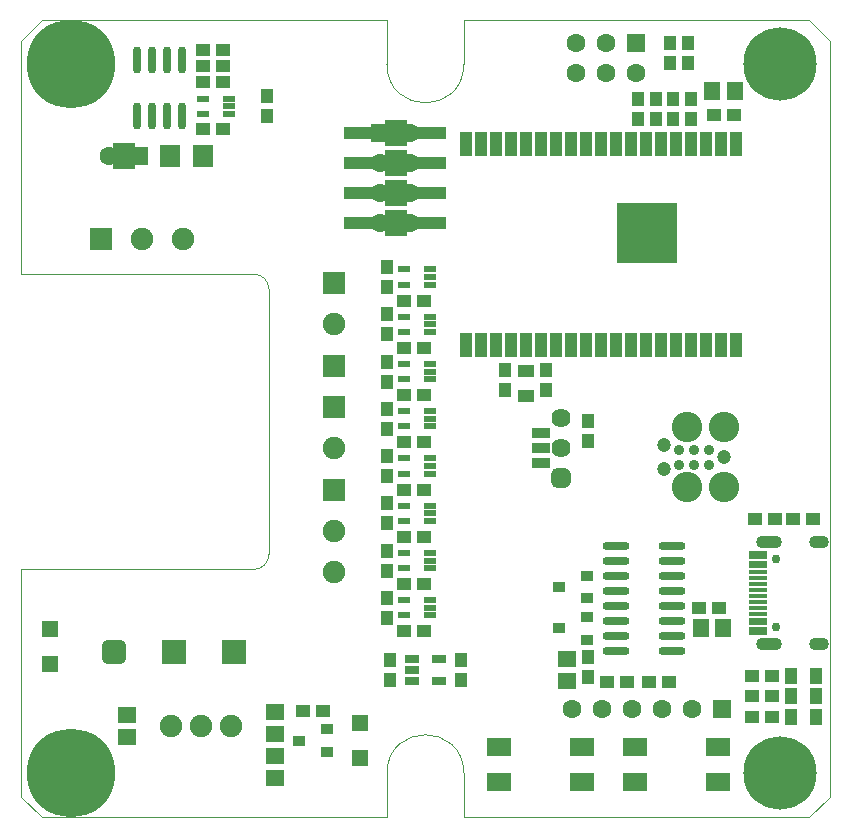
<source format=gts>
G04*
G04 #@! TF.GenerationSoftware,Altium Limited,Altium Designer,24.4.0 (9)*
G04*
G04 Layer_Color=8388736*
%FSLAX25Y25*%
%MOIN*%
G70*
G04*
G04 #@! TF.SameCoordinates,65D136BF-7807-4BE3-8BD7-7ED8223B60D1*
G04*
G04*
G04 #@! TF.FilePolarity,Negative*
G04*
G01*
G75*
%ADD15C,0.00394*%
%ADD38R,0.07480X0.08661*%
%ADD39R,0.12598X0.04331*%
%ADD40R,0.05197X0.05315*%
%ADD41C,0.03492*%
%ADD42R,0.04724X0.04331*%
%ADD43R,0.03937X0.01968*%
%ADD44R,0.06102X0.01575*%
%ADD45R,0.06299X0.05512*%
%ADD46R,0.04331X0.04724*%
%ADD47O,0.09055X0.02756*%
%ADD48R,0.04331X0.05512*%
%ADD49R,0.05512X0.06299*%
%ADD50R,0.04331X0.03740*%
%ADD51R,0.04331X0.03740*%
%ADD52C,0.02362*%
%ADD53R,0.01968X0.04331*%
%ADD54O,0.02756X0.09055*%
%ADD55R,0.06299X0.03543*%
%ADD56R,0.08268X0.05906*%
%ADD57R,0.04921X0.02756*%
%ADD58R,0.05512X0.04331*%
%ADD59R,0.06693X0.07480*%
%ADD60R,0.03937X0.08268*%
%ADD61R,0.20079X0.20079*%
%ADD62C,0.10150*%
%ADD63C,0.04702*%
%ADD64C,0.02953*%
%ADD65O,0.08661X0.04331*%
%ADD66O,0.06693X0.04331*%
%ADD67R,0.07480X0.07480*%
%ADD68C,0.07480*%
%ADD69C,0.29528*%
%ADD70R,0.07480X0.07480*%
%ADD71R,0.06299X0.06299*%
%ADD72C,0.06299*%
%ADD73R,0.08268X0.08268*%
G04:AMPARAMS|DCode=74|XSize=82.68mil|YSize=82.68mil|CornerRadius=21.65mil|HoleSize=0mil|Usage=FLASHONLY|Rotation=180.000|XOffset=0mil|YOffset=0mil|HoleType=Round|Shape=RoundedRectangle|*
%AMROUNDEDRECTD74*
21,1,0.08268,0.03937,0,0,180.0*
21,1,0.03937,0.08268,0,0,180.0*
1,1,0.04331,-0.01968,0.01968*
1,1,0.04331,0.01968,0.01968*
1,1,0.04331,0.01968,-0.01968*
1,1,0.04331,-0.01968,-0.01968*
%
%ADD74ROUNDEDRECTD74*%
%ADD75R,0.06299X0.06299*%
G04:AMPARAMS|DCode=76|XSize=63.94mil|YSize=63.94mil|CornerRadius=16.97mil|HoleSize=0mil|Usage=FLASHONLY|Rotation=270.000|XOffset=0mil|YOffset=0mil|HoleType=Round|Shape=RoundedRectangle|*
%AMROUNDEDRECTD76*
21,1,0.06394,0.03000,0,0,270.0*
21,1,0.03000,0.06394,0,0,270.0*
1,1,0.03394,-0.01500,-0.01500*
1,1,0.03394,-0.01500,0.01500*
1,1,0.03394,0.01500,0.01500*
1,1,0.03394,0.01500,-0.01500*
%
%ADD76ROUNDEDRECTD76*%
%ADD77C,0.06394*%
%ADD78C,0.24410*%
G36*
X122716Y231968D02*
X122677Y231624D01*
X122772Y230939D01*
X123090Y230325D01*
X123593Y229851D01*
X123898Y229685D01*
X124269Y229759D01*
X125004Y229576D01*
X125590Y229095D01*
X125915Y228410D01*
X125915Y227653D01*
X125590Y226968D01*
X125004Y226487D01*
X124269Y226304D01*
X123898Y226378D01*
X123590Y226207D01*
X123083Y225724D01*
X122766Y225100D01*
X122674Y224405D01*
X122717Y224056D01*
X121437Y224056D01*
Y231968D01*
X122716Y231968D01*
D02*
G37*
G36*
X128524Y224095D02*
X126555D01*
X123507Y224095D01*
X123501Y224352D01*
X123648Y224844D01*
X123938Y225268D01*
X124345Y225582D01*
X124587Y225669D01*
X124587Y225669D01*
X125006Y225761D01*
X125764Y226161D01*
X126330Y226803D01*
X126633Y227603D01*
X126633Y228460D01*
X126330Y229260D01*
X125764Y229902D01*
X125007Y230302D01*
X124587Y230394D01*
X124587Y230394D01*
X124345Y230481D01*
X123938Y230795D01*
X123648Y231219D01*
X123502Y231712D01*
X123507Y231968D01*
X123507Y231968D01*
X126555Y231968D01*
X128524D01*
Y224095D01*
D02*
G37*
G36*
X122717Y224056D02*
X122717D01*
D01*
X122717D01*
D02*
G37*
G36*
X37795Y224448D02*
X37795Y216535D01*
X36516D01*
X36556Y216880D01*
X36460Y217565D01*
X36143Y218179D01*
X35639Y218653D01*
X35335Y218819D01*
X35335Y218819D01*
X34963Y218745D01*
X34228Y218928D01*
X33642Y219409D01*
X33318Y220094D01*
X33318Y220851D01*
X33642Y221536D01*
X34228Y222017D01*
X34963Y222200D01*
X35335Y222126D01*
Y222126D01*
X35642Y222297D01*
X36149Y222780D01*
X36467Y223404D01*
X36559Y224099D01*
X36516Y224448D01*
Y224448D01*
X37795Y224448D01*
D02*
G37*
G36*
X35725Y224409D02*
X35731Y224152D01*
X35585Y223660D01*
X35294Y223236D01*
X34887Y222922D01*
X34646Y222835D01*
X34646Y222835D01*
X34226Y222743D01*
X33469Y222343D01*
X32902Y221701D01*
X32599Y220901D01*
X32599Y220044D01*
X32902Y219244D01*
X33469Y218602D01*
X34226Y218202D01*
X34646Y218110D01*
X34646Y218110D01*
X34887Y218023D01*
X35294Y217709D01*
X35584Y217285D01*
X35731Y216792D01*
X35725Y216536D01*
X35725Y216536D01*
X32677Y216535D01*
X30709D01*
Y224410D01*
X32677D01*
X35725Y224409D01*
D02*
G37*
G36*
X122716Y221969D02*
X122677Y221624D01*
X122772Y220939D01*
X123090Y220325D01*
X123593Y219851D01*
X123898Y219685D01*
X124269Y219759D01*
X125004Y219576D01*
X125590Y219095D01*
X125915Y218410D01*
X125915Y217653D01*
X125590Y216968D01*
X125004Y216487D01*
X124269Y216304D01*
X123898Y216378D01*
X123590Y216207D01*
X123083Y215724D01*
X122766Y215100D01*
X122674Y214405D01*
X122717Y214056D01*
X121437Y214056D01*
Y221969D01*
X122716Y221969D01*
D02*
G37*
G36*
X128524Y214094D02*
X126555D01*
X123507Y214095D01*
X123501Y214352D01*
X123648Y214844D01*
X123938Y215268D01*
X124345Y215582D01*
X124587Y215669D01*
X124587Y215669D01*
X125006Y215761D01*
X125764Y216161D01*
X126330Y216803D01*
X126633Y217603D01*
X126633Y218460D01*
X126330Y219260D01*
X125764Y219902D01*
X125007Y220302D01*
X124587Y220394D01*
X124587Y220394D01*
X124345Y220481D01*
X123938Y220795D01*
X123648Y221219D01*
X123502Y221711D01*
X123507Y221968D01*
X123507Y221968D01*
X126555Y221969D01*
X128524D01*
Y214094D01*
D02*
G37*
G36*
X122717Y214056D02*
X122717D01*
D01*
X122717D01*
D02*
G37*
G36*
X122716Y211968D02*
X122677Y211624D01*
X122772Y210939D01*
X123090Y210325D01*
X123593Y209851D01*
X123898Y209685D01*
X124269Y209759D01*
X125004Y209576D01*
X125590Y209095D01*
X125915Y208410D01*
X125915Y207653D01*
X125590Y206968D01*
X125004Y206487D01*
X124269Y206304D01*
X123898Y206378D01*
X123590Y206207D01*
X123083Y205724D01*
X122766Y205100D01*
X122674Y204405D01*
X122717Y204056D01*
X121437Y204056D01*
Y211968D01*
X122716Y211968D01*
D02*
G37*
G36*
X128524Y204095D02*
X126555D01*
X123507Y204095D01*
X123501Y204351D01*
X123648Y204844D01*
X123938Y205268D01*
X124345Y205582D01*
X124587Y205669D01*
X124587Y205669D01*
X125006Y205761D01*
X125764Y206161D01*
X126330Y206803D01*
X126633Y207603D01*
X126633Y208459D01*
X126330Y209260D01*
X125764Y209902D01*
X125007Y210302D01*
X124587Y210394D01*
X124587Y210394D01*
X124345Y210481D01*
X123938Y210795D01*
X123648Y211219D01*
X123502Y211712D01*
X123507Y211968D01*
X123507Y211968D01*
X126555Y211968D01*
X128524D01*
Y204095D01*
D02*
G37*
G36*
X122717Y204056D02*
X122717D01*
D01*
X122717D01*
D02*
G37*
G36*
X122716Y201969D02*
X122677Y201624D01*
X122772Y200939D01*
X123090Y200325D01*
X123593Y199851D01*
X123898Y199685D01*
X124269Y199759D01*
X125004Y199576D01*
X125590Y199095D01*
X125915Y198410D01*
X125915Y197653D01*
X125590Y196968D01*
X125004Y196487D01*
X124269Y196304D01*
X123898Y196378D01*
X123590Y196207D01*
X123083Y195724D01*
X122766Y195100D01*
X122674Y194405D01*
X122717Y194056D01*
X121437Y194056D01*
Y201969D01*
X122716Y201969D01*
D02*
G37*
G36*
X128524Y194095D02*
X126555D01*
X123507Y194095D01*
X123501Y194351D01*
X123648Y194844D01*
X123938Y195268D01*
X124345Y195582D01*
X124587Y195669D01*
X124587Y195669D01*
X125006Y195761D01*
X125764Y196161D01*
X126330Y196803D01*
X126633Y197603D01*
X126633Y198459D01*
X126330Y199260D01*
X125764Y199902D01*
X125007Y200302D01*
X124587Y200394D01*
X124587Y200394D01*
X124345Y200481D01*
X123938Y200795D01*
X123648Y201219D01*
X123502Y201712D01*
X123507Y201968D01*
X123507Y201968D01*
X126555Y201969D01*
X128524D01*
Y194095D01*
D02*
G37*
G36*
X122717Y194056D02*
X122717D01*
D01*
X122717D01*
D02*
G37*
D15*
X82677Y176102D02*
G03*
X77677Y181102I-5000J0D01*
G01*
Y82677D02*
G03*
X82677Y87677I0J5000D01*
G01*
X147638Y14764D02*
G03*
X122047Y14764I-12795J0D01*
G01*
X122047Y250984D02*
G03*
X147638Y250984I12795J0D01*
G01*
X-0Y6890D02*
Y82677D01*
X-0Y181102D02*
Y258858D01*
X0Y6890D02*
X6890Y0D01*
X0Y258858D02*
X6890Y265748D01*
X-0Y82677D02*
X77677Y82677D01*
X-0Y181102D02*
X77677Y181102D01*
X6890Y-0D02*
X122047D01*
X6890Y265748D02*
X122047D01*
X82677Y87677D02*
Y176102D01*
X122047Y-0D02*
Y14764D01*
X122047Y250984D02*
Y265748D01*
X147638Y-0D02*
Y14764D01*
X147638Y250984D02*
Y265748D01*
X147638Y-0D02*
X262795Y-0D01*
X147638Y265748D02*
X262795Y265748D01*
X262795Y265748D02*
X269685Y258858D01*
X262795Y0D02*
X269685Y6890D01*
X269685Y258858D01*
X269685D02*
X269685D01*
D38*
X124980Y228031D02*
D03*
X124980Y218032D02*
D03*
X124980Y208032D02*
D03*
X124980Y198029D02*
D03*
X34252Y220474D02*
D03*
D39*
X135433Y208032D02*
D03*
Y218032D02*
D03*
X114173Y208032D02*
D03*
Y218032D02*
D03*
X135433Y228031D02*
D03*
X114173D02*
D03*
X135433Y198031D02*
D03*
X114173D02*
D03*
D03*
X135433D02*
D03*
D40*
X113189Y19783D02*
D03*
Y31398D02*
D03*
X9843Y62894D02*
D03*
Y51279D02*
D03*
D41*
X229410Y117578D02*
D03*
X224410D02*
D03*
X219409D02*
D03*
Y122578D02*
D03*
X224410D02*
D03*
X229410D02*
D03*
D42*
X134252Y77756D02*
D03*
X127559Y77756D02*
D03*
X134252Y140748D02*
D03*
X127559Y140748D02*
D03*
X134252Y109252D02*
D03*
X127559Y109252D02*
D03*
X134252Y125000D02*
D03*
X127559Y125000D02*
D03*
Y93504D02*
D03*
X134252D02*
D03*
X134252Y156496D02*
D03*
X127559D02*
D03*
X134252Y172244D02*
D03*
X127559Y172244D02*
D03*
X134252Y62008D02*
D03*
X127559D02*
D03*
X251378Y99409D02*
D03*
X244685Y99409D02*
D03*
X257481Y99410D02*
D03*
X264174Y99410D02*
D03*
X250393Y40354D02*
D03*
X243701Y40354D02*
D03*
X225984Y69882D02*
D03*
X232677Y69882D02*
D03*
X67323Y255906D02*
D03*
X60630Y250591D02*
D03*
X60630Y245275D02*
D03*
X60630Y229330D02*
D03*
X67322Y229330D02*
D03*
X243701Y33464D02*
D03*
X100787Y35433D02*
D03*
X250393Y47244D02*
D03*
X237598Y234252D02*
D03*
X60630Y255906D02*
D03*
X67323Y250591D02*
D03*
X67322Y245275D02*
D03*
X215945Y45276D02*
D03*
X209252D02*
D03*
X250393Y33464D02*
D03*
X195472Y45275D02*
D03*
X202165D02*
D03*
X94094Y35433D02*
D03*
X243701Y47244D02*
D03*
X230905Y234252D02*
D03*
D43*
X127559Y146063D02*
D03*
Y151181D02*
D03*
X136221D02*
D03*
X136221Y148622D02*
D03*
Y146063D02*
D03*
X127559Y130315D02*
D03*
Y135433D02*
D03*
X136221D02*
D03*
Y132874D02*
D03*
Y130315D02*
D03*
X127559Y114567D02*
D03*
Y119685D02*
D03*
X136221D02*
D03*
X136221Y117126D02*
D03*
X136221Y114567D02*
D03*
X127559Y98819D02*
D03*
X127559Y103937D02*
D03*
X136221D02*
D03*
Y101378D02*
D03*
X136221Y98819D02*
D03*
X127559Y88189D02*
D03*
Y83071D02*
D03*
X136221Y88189D02*
D03*
Y83071D02*
D03*
X136221Y85630D02*
D03*
X136221Y177559D02*
D03*
Y182677D02*
D03*
X127559D02*
D03*
Y177559D02*
D03*
X136221Y180118D02*
D03*
Y161811D02*
D03*
X136221Y166929D02*
D03*
X127559D02*
D03*
X127559Y161811D02*
D03*
X136221Y164370D02*
D03*
X127559Y72441D02*
D03*
Y67323D02*
D03*
X136221Y72441D02*
D03*
Y67323D02*
D03*
X136221Y69882D02*
D03*
X69291Y237008D02*
D03*
X60630Y234449D02*
D03*
X69291Y239567D02*
D03*
Y234449D02*
D03*
X60630Y239567D02*
D03*
D44*
X245876Y67913D02*
D03*
Y79724D02*
D03*
X245876Y81693D02*
D03*
X245876Y69882D02*
D03*
X245876Y62697D02*
D03*
Y65945D02*
D03*
Y71850D02*
D03*
Y77756D02*
D03*
Y83661D02*
D03*
Y86910D02*
D03*
Y88090D02*
D03*
Y84842D02*
D03*
Y75787D02*
D03*
Y73819D02*
D03*
Y64764D02*
D03*
Y61516D02*
D03*
D45*
X84646Y20472D02*
D03*
Y12992D02*
D03*
Y35236D02*
D03*
Y27756D02*
D03*
X35433Y26772D02*
D03*
Y34252D02*
D03*
X182087Y52953D02*
D03*
Y45472D02*
D03*
D46*
X122048Y151968D02*
D03*
X122048Y145275D02*
D03*
X122048Y136220D02*
D03*
X122048Y129527D02*
D03*
Y120472D02*
D03*
Y113779D02*
D03*
X122048Y104724D02*
D03*
X122048Y98031D02*
D03*
X205709Y239567D02*
D03*
X205709Y232874D02*
D03*
X211614Y239567D02*
D03*
X211614Y232874D02*
D03*
X217520Y239567D02*
D03*
Y232874D02*
D03*
X223426Y239567D02*
D03*
X223426Y232874D02*
D03*
X81889Y233662D02*
D03*
X122048Y176771D02*
D03*
X188976Y125591D02*
D03*
X146653Y45867D02*
D03*
X123031Y52559D02*
D03*
Y45867D02*
D03*
X188977Y53543D02*
D03*
X216536Y258267D02*
D03*
X122048Y161023D02*
D03*
X81889Y240355D02*
D03*
X122048Y167716D02*
D03*
Y183464D02*
D03*
X122048Y88976D02*
D03*
Y82283D02*
D03*
X175197Y142323D02*
D03*
Y149016D02*
D03*
X161417Y142323D02*
D03*
X161417Y149016D02*
D03*
X188976Y132284D02*
D03*
X122048Y73228D02*
D03*
X122048Y66535D02*
D03*
X146653Y52559D02*
D03*
X188977Y46850D02*
D03*
X222441Y258267D02*
D03*
Y251574D02*
D03*
X216536D02*
D03*
D47*
X198228Y60335D02*
D03*
Y55335D02*
D03*
Y65335D02*
D03*
Y70335D02*
D03*
Y75335D02*
D03*
Y80335D02*
D03*
Y90335D02*
D03*
Y85335D02*
D03*
X217126Y90335D02*
D03*
Y75335D02*
D03*
Y80335D02*
D03*
Y85335D02*
D03*
Y70335D02*
D03*
Y65335D02*
D03*
Y60335D02*
D03*
X217126Y55335D02*
D03*
D48*
X256693Y47244D02*
D03*
X264961D02*
D03*
Y40354D02*
D03*
X256693D02*
D03*
Y33465D02*
D03*
X264961D02*
D03*
D49*
X234055Y62992D02*
D03*
X226575D02*
D03*
X237992Y242126D02*
D03*
X230512Y242126D02*
D03*
D50*
X188779Y73032D02*
D03*
X179331Y76772D02*
D03*
X188779Y59252D02*
D03*
X179331Y62992D02*
D03*
X102165Y21850D02*
D03*
X92716Y25591D02*
D03*
D51*
X188779Y80512D02*
D03*
Y66732D02*
D03*
X102165Y29331D02*
D03*
D52*
X123799Y228031D02*
D03*
Y218032D02*
D03*
Y208032D02*
D03*
Y198031D02*
D03*
X35433Y220472D02*
D03*
D53*
X127736Y228031D02*
D03*
Y218032D02*
D03*
Y208032D02*
D03*
Y198031D02*
D03*
X31496Y220472D02*
D03*
D54*
X48760Y252559D02*
D03*
X43760D02*
D03*
X53760Y233661D02*
D03*
X38760D02*
D03*
X53760Y252559D02*
D03*
X38760D02*
D03*
X48760Y233661D02*
D03*
X43760D02*
D03*
D55*
X173228Y118032D02*
D03*
Y123031D02*
D03*
Y128032D02*
D03*
D56*
X204724Y11811D02*
D03*
X232283D02*
D03*
X159449D02*
D03*
X187008D02*
D03*
X204724Y23622D02*
D03*
X232283D02*
D03*
X159449D02*
D03*
X187008D02*
D03*
D57*
X130217Y45472D02*
D03*
Y49213D02*
D03*
Y52953D02*
D03*
X139469D02*
D03*
X139469Y45472D02*
D03*
D58*
X168307Y148819D02*
D03*
Y140551D02*
D03*
D59*
X49606Y220472D02*
D03*
X60630D02*
D03*
D60*
X148228Y157480D02*
D03*
X153228Y157480D02*
D03*
X158228D02*
D03*
X163228D02*
D03*
X168220Y157480D02*
D03*
X238221Y157480D02*
D03*
X233221D02*
D03*
X228221D02*
D03*
X223220D02*
D03*
X218220Y157480D02*
D03*
X213221Y157480D02*
D03*
X208221D02*
D03*
X203221D02*
D03*
X198221D02*
D03*
X193220Y157480D02*
D03*
X188221Y157480D02*
D03*
X183221D02*
D03*
X178220D02*
D03*
X173221D02*
D03*
X168220Y224410D02*
D03*
X163228D02*
D03*
X158228D02*
D03*
X153228D02*
D03*
X148228D02*
D03*
X173221D02*
D03*
X178220D02*
D03*
X183221D02*
D03*
X188221Y224410D02*
D03*
X193220Y224410D02*
D03*
X198221D02*
D03*
X203221D02*
D03*
X208221D02*
D03*
X213221Y224410D02*
D03*
X218220Y224410D02*
D03*
X223220D02*
D03*
X228221D02*
D03*
X233221D02*
D03*
X238221Y224410D02*
D03*
D61*
X208699Y194882D02*
D03*
D62*
X234409Y110076D02*
D03*
X221909D02*
D03*
X234409Y130079D02*
D03*
X221909D02*
D03*
D63*
X214409Y116077D02*
D03*
Y124077D02*
D03*
X234409Y120078D02*
D03*
D64*
X251567Y63425D02*
D03*
Y86181D02*
D03*
D65*
X249478Y91811D02*
D03*
Y57795D02*
D03*
D66*
X265935Y91811D02*
D03*
Y57795D02*
D03*
D67*
X104331Y178150D02*
D03*
Y136811D02*
D03*
Y150591D02*
D03*
Y109252D02*
D03*
D68*
Y164370D02*
D03*
Y123031D02*
D03*
Y136811D02*
D03*
Y123031D02*
D03*
X40354Y192913D02*
D03*
X54134D02*
D03*
X104331Y95473D02*
D03*
Y81693D02*
D03*
X50039Y30512D02*
D03*
X60039D02*
D03*
X70039D02*
D03*
D69*
X16732Y14764D02*
D03*
X16732Y250984D02*
D03*
D70*
X26575Y192913D02*
D03*
D71*
X119764Y228031D02*
D03*
D72*
X129764D02*
D03*
X119764Y218032D02*
D03*
X129764D02*
D03*
X119764Y208032D02*
D03*
X129764D02*
D03*
X119764Y198031D02*
D03*
X129764Y198031D02*
D03*
X204882Y248031D02*
D03*
X194882Y258032D02*
D03*
Y248031D02*
D03*
X184882D02*
D03*
X184882Y258032D02*
D03*
X29528Y220472D02*
D03*
X223740Y36220D02*
D03*
X213740D02*
D03*
X203740D02*
D03*
X193740D02*
D03*
X183740D02*
D03*
D73*
X71181Y55118D02*
D03*
X51181D02*
D03*
D74*
D03*
X31181D02*
D03*
D03*
D75*
X204882Y258032D02*
D03*
X233740Y36220D02*
D03*
X39528Y220472D02*
D03*
D76*
X180118Y113031D02*
D03*
D77*
Y133031D02*
D03*
Y123031D02*
D03*
D78*
X252953Y250984D02*
D03*
X252953Y14764D02*
D03*
M02*

</source>
